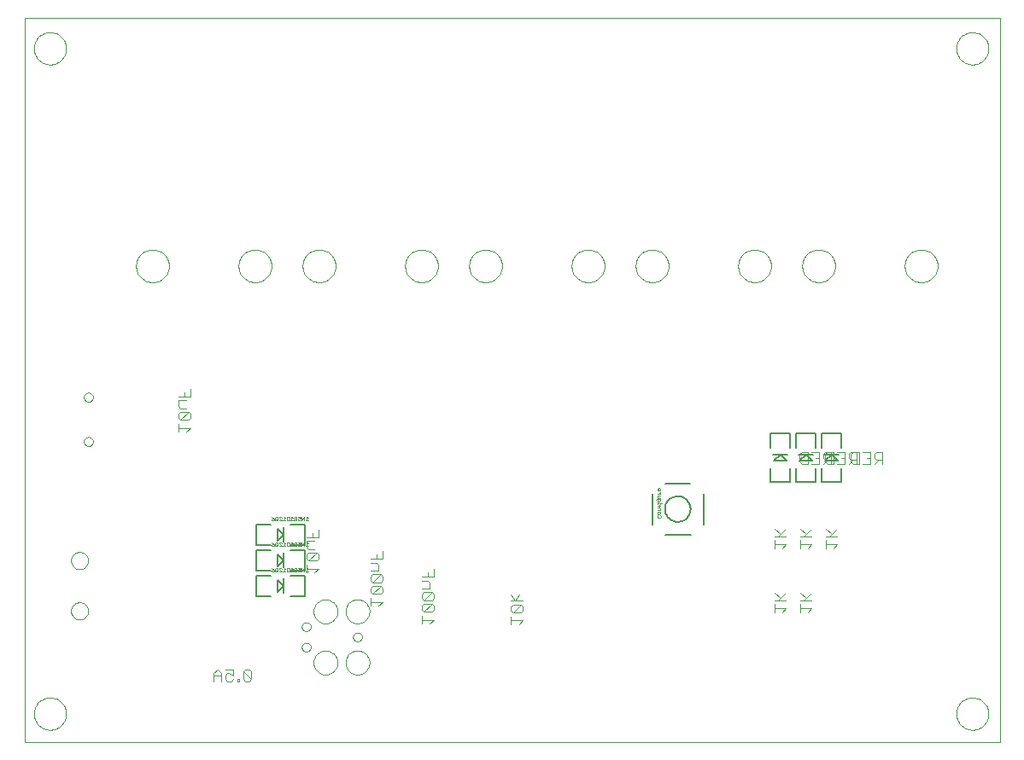
<source format=gbo>
G75*
%MOIN*%
%OFA0B0*%
%FSLAX24Y24*%
%IPPOS*%
%LPD*%
%AMOC8*
5,1,8,0,0,1.08239X$1,22.5*
%
%ADD10C,0.0000*%
%ADD11C,0.0040*%
%ADD12C,0.0080*%
%ADD13C,0.0010*%
D10*
X003100Y000100D02*
X003100Y028396D01*
X041170Y028396D01*
X041170Y000100D01*
X003100Y000100D01*
X003470Y001200D02*
X003472Y001250D01*
X003478Y001300D01*
X003488Y001349D01*
X003502Y001397D01*
X003519Y001444D01*
X003540Y001489D01*
X003565Y001533D01*
X003593Y001574D01*
X003625Y001613D01*
X003659Y001650D01*
X003696Y001684D01*
X003736Y001714D01*
X003778Y001741D01*
X003822Y001765D01*
X003868Y001786D01*
X003915Y001802D01*
X003963Y001815D01*
X004013Y001824D01*
X004062Y001829D01*
X004113Y001830D01*
X004163Y001827D01*
X004212Y001820D01*
X004261Y001809D01*
X004309Y001794D01*
X004355Y001776D01*
X004400Y001754D01*
X004443Y001728D01*
X004484Y001699D01*
X004523Y001667D01*
X004559Y001632D01*
X004591Y001594D01*
X004621Y001554D01*
X004648Y001511D01*
X004671Y001467D01*
X004690Y001421D01*
X004706Y001373D01*
X004718Y001324D01*
X004726Y001275D01*
X004730Y001225D01*
X004730Y001175D01*
X004726Y001125D01*
X004718Y001076D01*
X004706Y001027D01*
X004690Y000979D01*
X004671Y000933D01*
X004648Y000889D01*
X004621Y000846D01*
X004591Y000806D01*
X004559Y000768D01*
X004523Y000733D01*
X004484Y000701D01*
X004443Y000672D01*
X004400Y000646D01*
X004355Y000624D01*
X004309Y000606D01*
X004261Y000591D01*
X004212Y000580D01*
X004163Y000573D01*
X004113Y000570D01*
X004062Y000571D01*
X004013Y000576D01*
X003963Y000585D01*
X003915Y000598D01*
X003868Y000614D01*
X003822Y000635D01*
X003778Y000659D01*
X003736Y000686D01*
X003696Y000716D01*
X003659Y000750D01*
X003625Y000787D01*
X003593Y000826D01*
X003565Y000867D01*
X003540Y000911D01*
X003519Y000956D01*
X003502Y001003D01*
X003488Y001051D01*
X003478Y001100D01*
X003472Y001150D01*
X003470Y001200D01*
X004919Y005216D02*
X004921Y005252D01*
X004927Y005288D01*
X004937Y005323D01*
X004950Y005357D01*
X004967Y005389D01*
X004987Y005419D01*
X005011Y005446D01*
X005037Y005471D01*
X005066Y005493D01*
X005097Y005512D01*
X005130Y005527D01*
X005164Y005539D01*
X005200Y005547D01*
X005236Y005551D01*
X005272Y005551D01*
X005308Y005547D01*
X005344Y005539D01*
X005378Y005527D01*
X005411Y005512D01*
X005442Y005493D01*
X005471Y005471D01*
X005497Y005446D01*
X005521Y005419D01*
X005541Y005389D01*
X005558Y005357D01*
X005571Y005323D01*
X005581Y005288D01*
X005587Y005252D01*
X005589Y005216D01*
X005587Y005180D01*
X005581Y005144D01*
X005571Y005109D01*
X005558Y005075D01*
X005541Y005043D01*
X005521Y005013D01*
X005497Y004986D01*
X005471Y004961D01*
X005442Y004939D01*
X005411Y004920D01*
X005378Y004905D01*
X005344Y004893D01*
X005308Y004885D01*
X005272Y004881D01*
X005236Y004881D01*
X005200Y004885D01*
X005164Y004893D01*
X005130Y004905D01*
X005097Y004920D01*
X005066Y004939D01*
X005037Y004961D01*
X005011Y004986D01*
X004987Y005013D01*
X004967Y005043D01*
X004950Y005075D01*
X004937Y005109D01*
X004927Y005144D01*
X004921Y005180D01*
X004919Y005216D01*
X004919Y007184D02*
X004921Y007220D01*
X004927Y007256D01*
X004937Y007291D01*
X004950Y007325D01*
X004967Y007357D01*
X004987Y007387D01*
X005011Y007414D01*
X005037Y007439D01*
X005066Y007461D01*
X005097Y007480D01*
X005130Y007495D01*
X005164Y007507D01*
X005200Y007515D01*
X005236Y007519D01*
X005272Y007519D01*
X005308Y007515D01*
X005344Y007507D01*
X005378Y007495D01*
X005411Y007480D01*
X005442Y007461D01*
X005471Y007439D01*
X005497Y007414D01*
X005521Y007387D01*
X005541Y007357D01*
X005558Y007325D01*
X005571Y007291D01*
X005581Y007256D01*
X005587Y007220D01*
X005589Y007184D01*
X005587Y007148D01*
X005581Y007112D01*
X005571Y007077D01*
X005558Y007043D01*
X005541Y007011D01*
X005521Y006981D01*
X005497Y006954D01*
X005471Y006929D01*
X005442Y006907D01*
X005411Y006888D01*
X005378Y006873D01*
X005344Y006861D01*
X005308Y006853D01*
X005272Y006849D01*
X005236Y006849D01*
X005200Y006853D01*
X005164Y006861D01*
X005130Y006873D01*
X005097Y006888D01*
X005066Y006907D01*
X005037Y006929D01*
X005011Y006954D01*
X004987Y006981D01*
X004967Y007011D01*
X004950Y007043D01*
X004937Y007077D01*
X004927Y007112D01*
X004921Y007148D01*
X004919Y007184D01*
X005423Y011834D02*
X005425Y011860D01*
X005431Y011886D01*
X005441Y011911D01*
X005454Y011934D01*
X005470Y011954D01*
X005490Y011972D01*
X005512Y011987D01*
X005535Y011999D01*
X005561Y012007D01*
X005587Y012011D01*
X005613Y012011D01*
X005639Y012007D01*
X005665Y011999D01*
X005689Y011987D01*
X005710Y011972D01*
X005730Y011954D01*
X005746Y011934D01*
X005759Y011911D01*
X005769Y011886D01*
X005775Y011860D01*
X005777Y011834D01*
X005775Y011808D01*
X005769Y011782D01*
X005759Y011757D01*
X005746Y011734D01*
X005730Y011714D01*
X005710Y011696D01*
X005688Y011681D01*
X005665Y011669D01*
X005639Y011661D01*
X005613Y011657D01*
X005587Y011657D01*
X005561Y011661D01*
X005535Y011669D01*
X005511Y011681D01*
X005490Y011696D01*
X005470Y011714D01*
X005454Y011734D01*
X005441Y011757D01*
X005431Y011782D01*
X005425Y011808D01*
X005423Y011834D01*
X005423Y013566D02*
X005425Y013592D01*
X005431Y013618D01*
X005441Y013643D01*
X005454Y013666D01*
X005470Y013686D01*
X005490Y013704D01*
X005512Y013719D01*
X005535Y013731D01*
X005561Y013739D01*
X005587Y013743D01*
X005613Y013743D01*
X005639Y013739D01*
X005665Y013731D01*
X005689Y013719D01*
X005710Y013704D01*
X005730Y013686D01*
X005746Y013666D01*
X005759Y013643D01*
X005769Y013618D01*
X005775Y013592D01*
X005777Y013566D01*
X005775Y013540D01*
X005769Y013514D01*
X005759Y013489D01*
X005746Y013466D01*
X005730Y013446D01*
X005710Y013428D01*
X005688Y013413D01*
X005665Y013401D01*
X005639Y013393D01*
X005613Y013389D01*
X005587Y013389D01*
X005561Y013393D01*
X005535Y013401D01*
X005511Y013413D01*
X005490Y013428D01*
X005470Y013446D01*
X005454Y013466D01*
X005441Y013489D01*
X005431Y013514D01*
X005425Y013540D01*
X005423Y013566D01*
X007460Y018700D02*
X007462Y018750D01*
X007468Y018800D01*
X007478Y018849D01*
X007491Y018898D01*
X007509Y018945D01*
X007530Y018991D01*
X007554Y019034D01*
X007582Y019076D01*
X007613Y019116D01*
X007647Y019153D01*
X007684Y019187D01*
X007724Y019218D01*
X007766Y019246D01*
X007809Y019270D01*
X007855Y019291D01*
X007902Y019309D01*
X007951Y019322D01*
X008000Y019332D01*
X008050Y019338D01*
X008100Y019340D01*
X008150Y019338D01*
X008200Y019332D01*
X008249Y019322D01*
X008298Y019309D01*
X008345Y019291D01*
X008391Y019270D01*
X008434Y019246D01*
X008476Y019218D01*
X008516Y019187D01*
X008553Y019153D01*
X008587Y019116D01*
X008618Y019076D01*
X008646Y019034D01*
X008670Y018991D01*
X008691Y018945D01*
X008709Y018898D01*
X008722Y018849D01*
X008732Y018800D01*
X008738Y018750D01*
X008740Y018700D01*
X008738Y018650D01*
X008732Y018600D01*
X008722Y018551D01*
X008709Y018502D01*
X008691Y018455D01*
X008670Y018409D01*
X008646Y018366D01*
X008618Y018324D01*
X008587Y018284D01*
X008553Y018247D01*
X008516Y018213D01*
X008476Y018182D01*
X008434Y018154D01*
X008391Y018130D01*
X008345Y018109D01*
X008298Y018091D01*
X008249Y018078D01*
X008200Y018068D01*
X008150Y018062D01*
X008100Y018060D01*
X008050Y018062D01*
X008000Y018068D01*
X007951Y018078D01*
X007902Y018091D01*
X007855Y018109D01*
X007809Y018130D01*
X007766Y018154D01*
X007724Y018182D01*
X007684Y018213D01*
X007647Y018247D01*
X007613Y018284D01*
X007582Y018324D01*
X007554Y018366D01*
X007530Y018409D01*
X007509Y018455D01*
X007491Y018502D01*
X007478Y018551D01*
X007468Y018600D01*
X007462Y018650D01*
X007460Y018700D01*
X011460Y018700D02*
X011462Y018750D01*
X011468Y018800D01*
X011478Y018849D01*
X011491Y018898D01*
X011509Y018945D01*
X011530Y018991D01*
X011554Y019034D01*
X011582Y019076D01*
X011613Y019116D01*
X011647Y019153D01*
X011684Y019187D01*
X011724Y019218D01*
X011766Y019246D01*
X011809Y019270D01*
X011855Y019291D01*
X011902Y019309D01*
X011951Y019322D01*
X012000Y019332D01*
X012050Y019338D01*
X012100Y019340D01*
X012150Y019338D01*
X012200Y019332D01*
X012249Y019322D01*
X012298Y019309D01*
X012345Y019291D01*
X012391Y019270D01*
X012434Y019246D01*
X012476Y019218D01*
X012516Y019187D01*
X012553Y019153D01*
X012587Y019116D01*
X012618Y019076D01*
X012646Y019034D01*
X012670Y018991D01*
X012691Y018945D01*
X012709Y018898D01*
X012722Y018849D01*
X012732Y018800D01*
X012738Y018750D01*
X012740Y018700D01*
X012738Y018650D01*
X012732Y018600D01*
X012722Y018551D01*
X012709Y018502D01*
X012691Y018455D01*
X012670Y018409D01*
X012646Y018366D01*
X012618Y018324D01*
X012587Y018284D01*
X012553Y018247D01*
X012516Y018213D01*
X012476Y018182D01*
X012434Y018154D01*
X012391Y018130D01*
X012345Y018109D01*
X012298Y018091D01*
X012249Y018078D01*
X012200Y018068D01*
X012150Y018062D01*
X012100Y018060D01*
X012050Y018062D01*
X012000Y018068D01*
X011951Y018078D01*
X011902Y018091D01*
X011855Y018109D01*
X011809Y018130D01*
X011766Y018154D01*
X011724Y018182D01*
X011684Y018213D01*
X011647Y018247D01*
X011613Y018284D01*
X011582Y018324D01*
X011554Y018366D01*
X011530Y018409D01*
X011509Y018455D01*
X011491Y018502D01*
X011478Y018551D01*
X011468Y018600D01*
X011462Y018650D01*
X011460Y018700D01*
X013960Y018700D02*
X013962Y018750D01*
X013968Y018800D01*
X013978Y018849D01*
X013991Y018898D01*
X014009Y018945D01*
X014030Y018991D01*
X014054Y019034D01*
X014082Y019076D01*
X014113Y019116D01*
X014147Y019153D01*
X014184Y019187D01*
X014224Y019218D01*
X014266Y019246D01*
X014309Y019270D01*
X014355Y019291D01*
X014402Y019309D01*
X014451Y019322D01*
X014500Y019332D01*
X014550Y019338D01*
X014600Y019340D01*
X014650Y019338D01*
X014700Y019332D01*
X014749Y019322D01*
X014798Y019309D01*
X014845Y019291D01*
X014891Y019270D01*
X014934Y019246D01*
X014976Y019218D01*
X015016Y019187D01*
X015053Y019153D01*
X015087Y019116D01*
X015118Y019076D01*
X015146Y019034D01*
X015170Y018991D01*
X015191Y018945D01*
X015209Y018898D01*
X015222Y018849D01*
X015232Y018800D01*
X015238Y018750D01*
X015240Y018700D01*
X015238Y018650D01*
X015232Y018600D01*
X015222Y018551D01*
X015209Y018502D01*
X015191Y018455D01*
X015170Y018409D01*
X015146Y018366D01*
X015118Y018324D01*
X015087Y018284D01*
X015053Y018247D01*
X015016Y018213D01*
X014976Y018182D01*
X014934Y018154D01*
X014891Y018130D01*
X014845Y018109D01*
X014798Y018091D01*
X014749Y018078D01*
X014700Y018068D01*
X014650Y018062D01*
X014600Y018060D01*
X014550Y018062D01*
X014500Y018068D01*
X014451Y018078D01*
X014402Y018091D01*
X014355Y018109D01*
X014309Y018130D01*
X014266Y018154D01*
X014224Y018182D01*
X014184Y018213D01*
X014147Y018247D01*
X014113Y018284D01*
X014082Y018324D01*
X014054Y018366D01*
X014030Y018409D01*
X014009Y018455D01*
X013991Y018502D01*
X013978Y018551D01*
X013968Y018600D01*
X013962Y018650D01*
X013960Y018700D01*
X017960Y018700D02*
X017962Y018750D01*
X017968Y018800D01*
X017978Y018849D01*
X017991Y018898D01*
X018009Y018945D01*
X018030Y018991D01*
X018054Y019034D01*
X018082Y019076D01*
X018113Y019116D01*
X018147Y019153D01*
X018184Y019187D01*
X018224Y019218D01*
X018266Y019246D01*
X018309Y019270D01*
X018355Y019291D01*
X018402Y019309D01*
X018451Y019322D01*
X018500Y019332D01*
X018550Y019338D01*
X018600Y019340D01*
X018650Y019338D01*
X018700Y019332D01*
X018749Y019322D01*
X018798Y019309D01*
X018845Y019291D01*
X018891Y019270D01*
X018934Y019246D01*
X018976Y019218D01*
X019016Y019187D01*
X019053Y019153D01*
X019087Y019116D01*
X019118Y019076D01*
X019146Y019034D01*
X019170Y018991D01*
X019191Y018945D01*
X019209Y018898D01*
X019222Y018849D01*
X019232Y018800D01*
X019238Y018750D01*
X019240Y018700D01*
X019238Y018650D01*
X019232Y018600D01*
X019222Y018551D01*
X019209Y018502D01*
X019191Y018455D01*
X019170Y018409D01*
X019146Y018366D01*
X019118Y018324D01*
X019087Y018284D01*
X019053Y018247D01*
X019016Y018213D01*
X018976Y018182D01*
X018934Y018154D01*
X018891Y018130D01*
X018845Y018109D01*
X018798Y018091D01*
X018749Y018078D01*
X018700Y018068D01*
X018650Y018062D01*
X018600Y018060D01*
X018550Y018062D01*
X018500Y018068D01*
X018451Y018078D01*
X018402Y018091D01*
X018355Y018109D01*
X018309Y018130D01*
X018266Y018154D01*
X018224Y018182D01*
X018184Y018213D01*
X018147Y018247D01*
X018113Y018284D01*
X018082Y018324D01*
X018054Y018366D01*
X018030Y018409D01*
X018009Y018455D01*
X017991Y018502D01*
X017978Y018551D01*
X017968Y018600D01*
X017962Y018650D01*
X017960Y018700D01*
X020460Y018700D02*
X020462Y018750D01*
X020468Y018800D01*
X020478Y018849D01*
X020491Y018898D01*
X020509Y018945D01*
X020530Y018991D01*
X020554Y019034D01*
X020582Y019076D01*
X020613Y019116D01*
X020647Y019153D01*
X020684Y019187D01*
X020724Y019218D01*
X020766Y019246D01*
X020809Y019270D01*
X020855Y019291D01*
X020902Y019309D01*
X020951Y019322D01*
X021000Y019332D01*
X021050Y019338D01*
X021100Y019340D01*
X021150Y019338D01*
X021200Y019332D01*
X021249Y019322D01*
X021298Y019309D01*
X021345Y019291D01*
X021391Y019270D01*
X021434Y019246D01*
X021476Y019218D01*
X021516Y019187D01*
X021553Y019153D01*
X021587Y019116D01*
X021618Y019076D01*
X021646Y019034D01*
X021670Y018991D01*
X021691Y018945D01*
X021709Y018898D01*
X021722Y018849D01*
X021732Y018800D01*
X021738Y018750D01*
X021740Y018700D01*
X021738Y018650D01*
X021732Y018600D01*
X021722Y018551D01*
X021709Y018502D01*
X021691Y018455D01*
X021670Y018409D01*
X021646Y018366D01*
X021618Y018324D01*
X021587Y018284D01*
X021553Y018247D01*
X021516Y018213D01*
X021476Y018182D01*
X021434Y018154D01*
X021391Y018130D01*
X021345Y018109D01*
X021298Y018091D01*
X021249Y018078D01*
X021200Y018068D01*
X021150Y018062D01*
X021100Y018060D01*
X021050Y018062D01*
X021000Y018068D01*
X020951Y018078D01*
X020902Y018091D01*
X020855Y018109D01*
X020809Y018130D01*
X020766Y018154D01*
X020724Y018182D01*
X020684Y018213D01*
X020647Y018247D01*
X020613Y018284D01*
X020582Y018324D01*
X020554Y018366D01*
X020530Y018409D01*
X020509Y018455D01*
X020491Y018502D01*
X020478Y018551D01*
X020468Y018600D01*
X020462Y018650D01*
X020460Y018700D01*
X024460Y018700D02*
X024462Y018750D01*
X024468Y018800D01*
X024478Y018849D01*
X024491Y018898D01*
X024509Y018945D01*
X024530Y018991D01*
X024554Y019034D01*
X024582Y019076D01*
X024613Y019116D01*
X024647Y019153D01*
X024684Y019187D01*
X024724Y019218D01*
X024766Y019246D01*
X024809Y019270D01*
X024855Y019291D01*
X024902Y019309D01*
X024951Y019322D01*
X025000Y019332D01*
X025050Y019338D01*
X025100Y019340D01*
X025150Y019338D01*
X025200Y019332D01*
X025249Y019322D01*
X025298Y019309D01*
X025345Y019291D01*
X025391Y019270D01*
X025434Y019246D01*
X025476Y019218D01*
X025516Y019187D01*
X025553Y019153D01*
X025587Y019116D01*
X025618Y019076D01*
X025646Y019034D01*
X025670Y018991D01*
X025691Y018945D01*
X025709Y018898D01*
X025722Y018849D01*
X025732Y018800D01*
X025738Y018750D01*
X025740Y018700D01*
X025738Y018650D01*
X025732Y018600D01*
X025722Y018551D01*
X025709Y018502D01*
X025691Y018455D01*
X025670Y018409D01*
X025646Y018366D01*
X025618Y018324D01*
X025587Y018284D01*
X025553Y018247D01*
X025516Y018213D01*
X025476Y018182D01*
X025434Y018154D01*
X025391Y018130D01*
X025345Y018109D01*
X025298Y018091D01*
X025249Y018078D01*
X025200Y018068D01*
X025150Y018062D01*
X025100Y018060D01*
X025050Y018062D01*
X025000Y018068D01*
X024951Y018078D01*
X024902Y018091D01*
X024855Y018109D01*
X024809Y018130D01*
X024766Y018154D01*
X024724Y018182D01*
X024684Y018213D01*
X024647Y018247D01*
X024613Y018284D01*
X024582Y018324D01*
X024554Y018366D01*
X024530Y018409D01*
X024509Y018455D01*
X024491Y018502D01*
X024478Y018551D01*
X024468Y018600D01*
X024462Y018650D01*
X024460Y018700D01*
X026960Y018700D02*
X026962Y018750D01*
X026968Y018800D01*
X026978Y018849D01*
X026991Y018898D01*
X027009Y018945D01*
X027030Y018991D01*
X027054Y019034D01*
X027082Y019076D01*
X027113Y019116D01*
X027147Y019153D01*
X027184Y019187D01*
X027224Y019218D01*
X027266Y019246D01*
X027309Y019270D01*
X027355Y019291D01*
X027402Y019309D01*
X027451Y019322D01*
X027500Y019332D01*
X027550Y019338D01*
X027600Y019340D01*
X027650Y019338D01*
X027700Y019332D01*
X027749Y019322D01*
X027798Y019309D01*
X027845Y019291D01*
X027891Y019270D01*
X027934Y019246D01*
X027976Y019218D01*
X028016Y019187D01*
X028053Y019153D01*
X028087Y019116D01*
X028118Y019076D01*
X028146Y019034D01*
X028170Y018991D01*
X028191Y018945D01*
X028209Y018898D01*
X028222Y018849D01*
X028232Y018800D01*
X028238Y018750D01*
X028240Y018700D01*
X028238Y018650D01*
X028232Y018600D01*
X028222Y018551D01*
X028209Y018502D01*
X028191Y018455D01*
X028170Y018409D01*
X028146Y018366D01*
X028118Y018324D01*
X028087Y018284D01*
X028053Y018247D01*
X028016Y018213D01*
X027976Y018182D01*
X027934Y018154D01*
X027891Y018130D01*
X027845Y018109D01*
X027798Y018091D01*
X027749Y018078D01*
X027700Y018068D01*
X027650Y018062D01*
X027600Y018060D01*
X027550Y018062D01*
X027500Y018068D01*
X027451Y018078D01*
X027402Y018091D01*
X027355Y018109D01*
X027309Y018130D01*
X027266Y018154D01*
X027224Y018182D01*
X027184Y018213D01*
X027147Y018247D01*
X027113Y018284D01*
X027082Y018324D01*
X027054Y018366D01*
X027030Y018409D01*
X027009Y018455D01*
X026991Y018502D01*
X026978Y018551D01*
X026968Y018600D01*
X026962Y018650D01*
X026960Y018700D01*
X030960Y018700D02*
X030962Y018750D01*
X030968Y018800D01*
X030978Y018849D01*
X030991Y018898D01*
X031009Y018945D01*
X031030Y018991D01*
X031054Y019034D01*
X031082Y019076D01*
X031113Y019116D01*
X031147Y019153D01*
X031184Y019187D01*
X031224Y019218D01*
X031266Y019246D01*
X031309Y019270D01*
X031355Y019291D01*
X031402Y019309D01*
X031451Y019322D01*
X031500Y019332D01*
X031550Y019338D01*
X031600Y019340D01*
X031650Y019338D01*
X031700Y019332D01*
X031749Y019322D01*
X031798Y019309D01*
X031845Y019291D01*
X031891Y019270D01*
X031934Y019246D01*
X031976Y019218D01*
X032016Y019187D01*
X032053Y019153D01*
X032087Y019116D01*
X032118Y019076D01*
X032146Y019034D01*
X032170Y018991D01*
X032191Y018945D01*
X032209Y018898D01*
X032222Y018849D01*
X032232Y018800D01*
X032238Y018750D01*
X032240Y018700D01*
X032238Y018650D01*
X032232Y018600D01*
X032222Y018551D01*
X032209Y018502D01*
X032191Y018455D01*
X032170Y018409D01*
X032146Y018366D01*
X032118Y018324D01*
X032087Y018284D01*
X032053Y018247D01*
X032016Y018213D01*
X031976Y018182D01*
X031934Y018154D01*
X031891Y018130D01*
X031845Y018109D01*
X031798Y018091D01*
X031749Y018078D01*
X031700Y018068D01*
X031650Y018062D01*
X031600Y018060D01*
X031550Y018062D01*
X031500Y018068D01*
X031451Y018078D01*
X031402Y018091D01*
X031355Y018109D01*
X031309Y018130D01*
X031266Y018154D01*
X031224Y018182D01*
X031184Y018213D01*
X031147Y018247D01*
X031113Y018284D01*
X031082Y018324D01*
X031054Y018366D01*
X031030Y018409D01*
X031009Y018455D01*
X030991Y018502D01*
X030978Y018551D01*
X030968Y018600D01*
X030962Y018650D01*
X030960Y018700D01*
X033460Y018700D02*
X033462Y018750D01*
X033468Y018800D01*
X033478Y018849D01*
X033491Y018898D01*
X033509Y018945D01*
X033530Y018991D01*
X033554Y019034D01*
X033582Y019076D01*
X033613Y019116D01*
X033647Y019153D01*
X033684Y019187D01*
X033724Y019218D01*
X033766Y019246D01*
X033809Y019270D01*
X033855Y019291D01*
X033902Y019309D01*
X033951Y019322D01*
X034000Y019332D01*
X034050Y019338D01*
X034100Y019340D01*
X034150Y019338D01*
X034200Y019332D01*
X034249Y019322D01*
X034298Y019309D01*
X034345Y019291D01*
X034391Y019270D01*
X034434Y019246D01*
X034476Y019218D01*
X034516Y019187D01*
X034553Y019153D01*
X034587Y019116D01*
X034618Y019076D01*
X034646Y019034D01*
X034670Y018991D01*
X034691Y018945D01*
X034709Y018898D01*
X034722Y018849D01*
X034732Y018800D01*
X034738Y018750D01*
X034740Y018700D01*
X034738Y018650D01*
X034732Y018600D01*
X034722Y018551D01*
X034709Y018502D01*
X034691Y018455D01*
X034670Y018409D01*
X034646Y018366D01*
X034618Y018324D01*
X034587Y018284D01*
X034553Y018247D01*
X034516Y018213D01*
X034476Y018182D01*
X034434Y018154D01*
X034391Y018130D01*
X034345Y018109D01*
X034298Y018091D01*
X034249Y018078D01*
X034200Y018068D01*
X034150Y018062D01*
X034100Y018060D01*
X034050Y018062D01*
X034000Y018068D01*
X033951Y018078D01*
X033902Y018091D01*
X033855Y018109D01*
X033809Y018130D01*
X033766Y018154D01*
X033724Y018182D01*
X033684Y018213D01*
X033647Y018247D01*
X033613Y018284D01*
X033582Y018324D01*
X033554Y018366D01*
X033530Y018409D01*
X033509Y018455D01*
X033491Y018502D01*
X033478Y018551D01*
X033468Y018600D01*
X033462Y018650D01*
X033460Y018700D01*
X037460Y018700D02*
X037462Y018750D01*
X037468Y018800D01*
X037478Y018849D01*
X037491Y018898D01*
X037509Y018945D01*
X037530Y018991D01*
X037554Y019034D01*
X037582Y019076D01*
X037613Y019116D01*
X037647Y019153D01*
X037684Y019187D01*
X037724Y019218D01*
X037766Y019246D01*
X037809Y019270D01*
X037855Y019291D01*
X037902Y019309D01*
X037951Y019322D01*
X038000Y019332D01*
X038050Y019338D01*
X038100Y019340D01*
X038150Y019338D01*
X038200Y019332D01*
X038249Y019322D01*
X038298Y019309D01*
X038345Y019291D01*
X038391Y019270D01*
X038434Y019246D01*
X038476Y019218D01*
X038516Y019187D01*
X038553Y019153D01*
X038587Y019116D01*
X038618Y019076D01*
X038646Y019034D01*
X038670Y018991D01*
X038691Y018945D01*
X038709Y018898D01*
X038722Y018849D01*
X038732Y018800D01*
X038738Y018750D01*
X038740Y018700D01*
X038738Y018650D01*
X038732Y018600D01*
X038722Y018551D01*
X038709Y018502D01*
X038691Y018455D01*
X038670Y018409D01*
X038646Y018366D01*
X038618Y018324D01*
X038587Y018284D01*
X038553Y018247D01*
X038516Y018213D01*
X038476Y018182D01*
X038434Y018154D01*
X038391Y018130D01*
X038345Y018109D01*
X038298Y018091D01*
X038249Y018078D01*
X038200Y018068D01*
X038150Y018062D01*
X038100Y018060D01*
X038050Y018062D01*
X038000Y018068D01*
X037951Y018078D01*
X037902Y018091D01*
X037855Y018109D01*
X037809Y018130D01*
X037766Y018154D01*
X037724Y018182D01*
X037684Y018213D01*
X037647Y018247D01*
X037613Y018284D01*
X037582Y018324D01*
X037554Y018366D01*
X037530Y018409D01*
X037509Y018455D01*
X037491Y018502D01*
X037478Y018551D01*
X037468Y018600D01*
X037462Y018650D01*
X037460Y018700D01*
X039470Y027200D02*
X039472Y027250D01*
X039478Y027300D01*
X039488Y027349D01*
X039502Y027397D01*
X039519Y027444D01*
X039540Y027489D01*
X039565Y027533D01*
X039593Y027574D01*
X039625Y027613D01*
X039659Y027650D01*
X039696Y027684D01*
X039736Y027714D01*
X039778Y027741D01*
X039822Y027765D01*
X039868Y027786D01*
X039915Y027802D01*
X039963Y027815D01*
X040013Y027824D01*
X040062Y027829D01*
X040113Y027830D01*
X040163Y027827D01*
X040212Y027820D01*
X040261Y027809D01*
X040309Y027794D01*
X040355Y027776D01*
X040400Y027754D01*
X040443Y027728D01*
X040484Y027699D01*
X040523Y027667D01*
X040559Y027632D01*
X040591Y027594D01*
X040621Y027554D01*
X040648Y027511D01*
X040671Y027467D01*
X040690Y027421D01*
X040706Y027373D01*
X040718Y027324D01*
X040726Y027275D01*
X040730Y027225D01*
X040730Y027175D01*
X040726Y027125D01*
X040718Y027076D01*
X040706Y027027D01*
X040690Y026979D01*
X040671Y026933D01*
X040648Y026889D01*
X040621Y026846D01*
X040591Y026806D01*
X040559Y026768D01*
X040523Y026733D01*
X040484Y026701D01*
X040443Y026672D01*
X040400Y026646D01*
X040355Y026624D01*
X040309Y026606D01*
X040261Y026591D01*
X040212Y026580D01*
X040163Y026573D01*
X040113Y026570D01*
X040062Y026571D01*
X040013Y026576D01*
X039963Y026585D01*
X039915Y026598D01*
X039868Y026614D01*
X039822Y026635D01*
X039778Y026659D01*
X039736Y026686D01*
X039696Y026716D01*
X039659Y026750D01*
X039625Y026787D01*
X039593Y026826D01*
X039565Y026867D01*
X039540Y026911D01*
X039519Y026956D01*
X039502Y027003D01*
X039488Y027051D01*
X039478Y027100D01*
X039472Y027150D01*
X039470Y027200D01*
X015633Y005200D02*
X015635Y005243D01*
X015641Y005286D01*
X015651Y005328D01*
X015665Y005369D01*
X015682Y005408D01*
X015703Y005446D01*
X015727Y005481D01*
X015755Y005515D01*
X015785Y005545D01*
X015819Y005573D01*
X015854Y005597D01*
X015892Y005618D01*
X015931Y005635D01*
X015972Y005649D01*
X016014Y005659D01*
X016057Y005665D01*
X016100Y005667D01*
X016143Y005665D01*
X016186Y005659D01*
X016228Y005649D01*
X016269Y005635D01*
X016308Y005618D01*
X016346Y005597D01*
X016381Y005573D01*
X016415Y005545D01*
X016445Y005515D01*
X016473Y005481D01*
X016497Y005446D01*
X016518Y005408D01*
X016535Y005369D01*
X016549Y005328D01*
X016559Y005286D01*
X016565Y005243D01*
X016567Y005200D01*
X016565Y005157D01*
X016559Y005114D01*
X016549Y005072D01*
X016535Y005031D01*
X016518Y004992D01*
X016497Y004954D01*
X016473Y004919D01*
X016445Y004885D01*
X016415Y004855D01*
X016381Y004827D01*
X016346Y004803D01*
X016308Y004782D01*
X016269Y004765D01*
X016228Y004751D01*
X016186Y004741D01*
X016143Y004735D01*
X016100Y004733D01*
X016057Y004735D01*
X016014Y004741D01*
X015972Y004751D01*
X015931Y004765D01*
X015892Y004782D01*
X015854Y004803D01*
X015819Y004827D01*
X015785Y004855D01*
X015755Y004885D01*
X015727Y004919D01*
X015703Y004954D01*
X015682Y004992D01*
X015665Y005031D01*
X015651Y005072D01*
X015641Y005114D01*
X015635Y005157D01*
X015633Y005200D01*
X014383Y005200D02*
X014385Y005243D01*
X014391Y005286D01*
X014401Y005328D01*
X014415Y005369D01*
X014432Y005408D01*
X014453Y005446D01*
X014477Y005481D01*
X014505Y005515D01*
X014535Y005545D01*
X014569Y005573D01*
X014604Y005597D01*
X014642Y005618D01*
X014681Y005635D01*
X014722Y005649D01*
X014764Y005659D01*
X014807Y005665D01*
X014850Y005667D01*
X014893Y005665D01*
X014936Y005659D01*
X014978Y005649D01*
X015019Y005635D01*
X015058Y005618D01*
X015096Y005597D01*
X015131Y005573D01*
X015165Y005545D01*
X015195Y005515D01*
X015223Y005481D01*
X015247Y005446D01*
X015268Y005408D01*
X015285Y005369D01*
X015299Y005328D01*
X015309Y005286D01*
X015315Y005243D01*
X015317Y005200D01*
X015315Y005157D01*
X015309Y005114D01*
X015299Y005072D01*
X015285Y005031D01*
X015268Y004992D01*
X015247Y004954D01*
X015223Y004919D01*
X015195Y004885D01*
X015165Y004855D01*
X015131Y004827D01*
X015096Y004803D01*
X015058Y004782D01*
X015019Y004765D01*
X014978Y004751D01*
X014936Y004741D01*
X014893Y004735D01*
X014850Y004733D01*
X014807Y004735D01*
X014764Y004741D01*
X014722Y004751D01*
X014681Y004765D01*
X014642Y004782D01*
X014604Y004803D01*
X014569Y004827D01*
X014535Y004855D01*
X014505Y004885D01*
X014477Y004919D01*
X014453Y004954D01*
X014432Y004992D01*
X014415Y005031D01*
X014401Y005072D01*
X014391Y005114D01*
X014385Y005157D01*
X014383Y005200D01*
X013925Y004600D02*
X013927Y004626D01*
X013933Y004652D01*
X013942Y004676D01*
X013955Y004699D01*
X013972Y004719D01*
X013991Y004737D01*
X014013Y004752D01*
X014036Y004763D01*
X014061Y004771D01*
X014087Y004775D01*
X014113Y004775D01*
X014139Y004771D01*
X014164Y004763D01*
X014188Y004752D01*
X014209Y004737D01*
X014228Y004719D01*
X014245Y004699D01*
X014258Y004676D01*
X014267Y004652D01*
X014273Y004626D01*
X014275Y004600D01*
X014273Y004574D01*
X014267Y004548D01*
X014258Y004524D01*
X014245Y004501D01*
X014228Y004481D01*
X014209Y004463D01*
X014187Y004448D01*
X014164Y004437D01*
X014139Y004429D01*
X014113Y004425D01*
X014087Y004425D01*
X014061Y004429D01*
X014036Y004437D01*
X014012Y004448D01*
X013991Y004463D01*
X013972Y004481D01*
X013955Y004501D01*
X013942Y004524D01*
X013933Y004548D01*
X013927Y004574D01*
X013925Y004600D01*
X013925Y003800D02*
X013927Y003826D01*
X013933Y003852D01*
X013942Y003876D01*
X013955Y003899D01*
X013972Y003919D01*
X013991Y003937D01*
X014013Y003952D01*
X014036Y003963D01*
X014061Y003971D01*
X014087Y003975D01*
X014113Y003975D01*
X014139Y003971D01*
X014164Y003963D01*
X014188Y003952D01*
X014209Y003937D01*
X014228Y003919D01*
X014245Y003899D01*
X014258Y003876D01*
X014267Y003852D01*
X014273Y003826D01*
X014275Y003800D01*
X014273Y003774D01*
X014267Y003748D01*
X014258Y003724D01*
X014245Y003701D01*
X014228Y003681D01*
X014209Y003663D01*
X014187Y003648D01*
X014164Y003637D01*
X014139Y003629D01*
X014113Y003625D01*
X014087Y003625D01*
X014061Y003629D01*
X014036Y003637D01*
X014012Y003648D01*
X013991Y003663D01*
X013972Y003681D01*
X013955Y003701D01*
X013942Y003724D01*
X013933Y003748D01*
X013927Y003774D01*
X013925Y003800D01*
X014383Y003200D02*
X014385Y003243D01*
X014391Y003286D01*
X014401Y003328D01*
X014415Y003369D01*
X014432Y003408D01*
X014453Y003446D01*
X014477Y003481D01*
X014505Y003515D01*
X014535Y003545D01*
X014569Y003573D01*
X014604Y003597D01*
X014642Y003618D01*
X014681Y003635D01*
X014722Y003649D01*
X014764Y003659D01*
X014807Y003665D01*
X014850Y003667D01*
X014893Y003665D01*
X014936Y003659D01*
X014978Y003649D01*
X015019Y003635D01*
X015058Y003618D01*
X015096Y003597D01*
X015131Y003573D01*
X015165Y003545D01*
X015195Y003515D01*
X015223Y003481D01*
X015247Y003446D01*
X015268Y003408D01*
X015285Y003369D01*
X015299Y003328D01*
X015309Y003286D01*
X015315Y003243D01*
X015317Y003200D01*
X015315Y003157D01*
X015309Y003114D01*
X015299Y003072D01*
X015285Y003031D01*
X015268Y002992D01*
X015247Y002954D01*
X015223Y002919D01*
X015195Y002885D01*
X015165Y002855D01*
X015131Y002827D01*
X015096Y002803D01*
X015058Y002782D01*
X015019Y002765D01*
X014978Y002751D01*
X014936Y002741D01*
X014893Y002735D01*
X014850Y002733D01*
X014807Y002735D01*
X014764Y002741D01*
X014722Y002751D01*
X014681Y002765D01*
X014642Y002782D01*
X014604Y002803D01*
X014569Y002827D01*
X014535Y002855D01*
X014505Y002885D01*
X014477Y002919D01*
X014453Y002954D01*
X014432Y002992D01*
X014415Y003031D01*
X014401Y003072D01*
X014391Y003114D01*
X014385Y003157D01*
X014383Y003200D01*
X015633Y003200D02*
X015635Y003243D01*
X015641Y003286D01*
X015651Y003328D01*
X015665Y003369D01*
X015682Y003408D01*
X015703Y003446D01*
X015727Y003481D01*
X015755Y003515D01*
X015785Y003545D01*
X015819Y003573D01*
X015854Y003597D01*
X015892Y003618D01*
X015931Y003635D01*
X015972Y003649D01*
X016014Y003659D01*
X016057Y003665D01*
X016100Y003667D01*
X016143Y003665D01*
X016186Y003659D01*
X016228Y003649D01*
X016269Y003635D01*
X016308Y003618D01*
X016346Y003597D01*
X016381Y003573D01*
X016415Y003545D01*
X016445Y003515D01*
X016473Y003481D01*
X016497Y003446D01*
X016518Y003408D01*
X016535Y003369D01*
X016549Y003328D01*
X016559Y003286D01*
X016565Y003243D01*
X016567Y003200D01*
X016565Y003157D01*
X016559Y003114D01*
X016549Y003072D01*
X016535Y003031D01*
X016518Y002992D01*
X016497Y002954D01*
X016473Y002919D01*
X016445Y002885D01*
X016415Y002855D01*
X016381Y002827D01*
X016346Y002803D01*
X016308Y002782D01*
X016269Y002765D01*
X016228Y002751D01*
X016186Y002741D01*
X016143Y002735D01*
X016100Y002733D01*
X016057Y002735D01*
X016014Y002741D01*
X015972Y002751D01*
X015931Y002765D01*
X015892Y002782D01*
X015854Y002803D01*
X015819Y002827D01*
X015785Y002855D01*
X015755Y002885D01*
X015727Y002919D01*
X015703Y002954D01*
X015682Y002992D01*
X015665Y003031D01*
X015651Y003072D01*
X015641Y003114D01*
X015635Y003157D01*
X015633Y003200D01*
X015925Y004200D02*
X015927Y004226D01*
X015933Y004252D01*
X015942Y004276D01*
X015955Y004299D01*
X015972Y004319D01*
X015991Y004337D01*
X016013Y004352D01*
X016036Y004363D01*
X016061Y004371D01*
X016087Y004375D01*
X016113Y004375D01*
X016139Y004371D01*
X016164Y004363D01*
X016188Y004352D01*
X016209Y004337D01*
X016228Y004319D01*
X016245Y004299D01*
X016258Y004276D01*
X016267Y004252D01*
X016273Y004226D01*
X016275Y004200D01*
X016273Y004174D01*
X016267Y004148D01*
X016258Y004124D01*
X016245Y004101D01*
X016228Y004081D01*
X016209Y004063D01*
X016187Y004048D01*
X016164Y004037D01*
X016139Y004029D01*
X016113Y004025D01*
X016087Y004025D01*
X016061Y004029D01*
X016036Y004037D01*
X016012Y004048D01*
X015991Y004063D01*
X015972Y004081D01*
X015955Y004101D01*
X015942Y004124D01*
X015933Y004148D01*
X015927Y004174D01*
X015925Y004200D01*
X039470Y001200D02*
X039472Y001250D01*
X039478Y001300D01*
X039488Y001349D01*
X039502Y001397D01*
X039519Y001444D01*
X039540Y001489D01*
X039565Y001533D01*
X039593Y001574D01*
X039625Y001613D01*
X039659Y001650D01*
X039696Y001684D01*
X039736Y001714D01*
X039778Y001741D01*
X039822Y001765D01*
X039868Y001786D01*
X039915Y001802D01*
X039963Y001815D01*
X040013Y001824D01*
X040062Y001829D01*
X040113Y001830D01*
X040163Y001827D01*
X040212Y001820D01*
X040261Y001809D01*
X040309Y001794D01*
X040355Y001776D01*
X040400Y001754D01*
X040443Y001728D01*
X040484Y001699D01*
X040523Y001667D01*
X040559Y001632D01*
X040591Y001594D01*
X040621Y001554D01*
X040648Y001511D01*
X040671Y001467D01*
X040690Y001421D01*
X040706Y001373D01*
X040718Y001324D01*
X040726Y001275D01*
X040730Y001225D01*
X040730Y001175D01*
X040726Y001125D01*
X040718Y001076D01*
X040706Y001027D01*
X040690Y000979D01*
X040671Y000933D01*
X040648Y000889D01*
X040621Y000846D01*
X040591Y000806D01*
X040559Y000768D01*
X040523Y000733D01*
X040484Y000701D01*
X040443Y000672D01*
X040400Y000646D01*
X040355Y000624D01*
X040309Y000606D01*
X040261Y000591D01*
X040212Y000580D01*
X040163Y000573D01*
X040113Y000570D01*
X040062Y000571D01*
X040013Y000576D01*
X039963Y000585D01*
X039915Y000598D01*
X039868Y000614D01*
X039822Y000635D01*
X039778Y000659D01*
X039736Y000686D01*
X039696Y000716D01*
X039659Y000750D01*
X039625Y000787D01*
X039593Y000826D01*
X039565Y000867D01*
X039540Y000911D01*
X039519Y000956D01*
X039502Y001003D01*
X039488Y001051D01*
X039478Y001100D01*
X039472Y001150D01*
X039470Y001200D01*
X003470Y027200D02*
X003472Y027250D01*
X003478Y027300D01*
X003488Y027349D01*
X003502Y027397D01*
X003519Y027444D01*
X003540Y027489D01*
X003565Y027533D01*
X003593Y027574D01*
X003625Y027613D01*
X003659Y027650D01*
X003696Y027684D01*
X003736Y027714D01*
X003778Y027741D01*
X003822Y027765D01*
X003868Y027786D01*
X003915Y027802D01*
X003963Y027815D01*
X004013Y027824D01*
X004062Y027829D01*
X004113Y027830D01*
X004163Y027827D01*
X004212Y027820D01*
X004261Y027809D01*
X004309Y027794D01*
X004355Y027776D01*
X004400Y027754D01*
X004443Y027728D01*
X004484Y027699D01*
X004523Y027667D01*
X004559Y027632D01*
X004591Y027594D01*
X004621Y027554D01*
X004648Y027511D01*
X004671Y027467D01*
X004690Y027421D01*
X004706Y027373D01*
X004718Y027324D01*
X004726Y027275D01*
X004730Y027225D01*
X004730Y027175D01*
X004726Y027125D01*
X004718Y027076D01*
X004706Y027027D01*
X004690Y026979D01*
X004671Y026933D01*
X004648Y026889D01*
X004621Y026846D01*
X004591Y026806D01*
X004559Y026768D01*
X004523Y026733D01*
X004484Y026701D01*
X004443Y026672D01*
X004400Y026646D01*
X004355Y026624D01*
X004309Y026606D01*
X004261Y026591D01*
X004212Y026580D01*
X004163Y026573D01*
X004113Y026570D01*
X004062Y026571D01*
X004013Y026576D01*
X003963Y026585D01*
X003915Y026598D01*
X003868Y026614D01*
X003822Y026635D01*
X003778Y026659D01*
X003736Y026686D01*
X003696Y026716D01*
X003659Y026750D01*
X003625Y026787D01*
X003593Y026826D01*
X003565Y026867D01*
X003540Y026911D01*
X003519Y026956D01*
X003502Y027003D01*
X003488Y027051D01*
X003478Y027100D01*
X003472Y027150D01*
X003470Y027200D01*
D11*
X009580Y013908D02*
X009580Y013601D01*
X009120Y013601D01*
X009120Y013448D02*
X009427Y013448D01*
X009350Y013601D02*
X009350Y013755D01*
X009120Y013448D02*
X009120Y013218D01*
X009197Y013141D01*
X009427Y013141D01*
X009504Y012987D02*
X009197Y012680D01*
X009120Y012757D01*
X009120Y012911D01*
X009197Y012987D01*
X009504Y012987D01*
X009580Y012911D01*
X009580Y012757D01*
X009504Y012680D01*
X009197Y012680D01*
X009120Y012527D02*
X009120Y012220D01*
X009120Y012373D02*
X009580Y012373D01*
X009427Y012220D01*
X014350Y008255D02*
X014350Y008101D01*
X014427Y007948D02*
X014120Y007948D01*
X014120Y007718D01*
X014197Y007641D01*
X014427Y007641D01*
X014504Y007487D02*
X014197Y007487D01*
X014120Y007411D01*
X014120Y007257D01*
X014197Y007180D01*
X014504Y007487D01*
X014580Y007411D01*
X014580Y007257D01*
X014504Y007180D01*
X014197Y007180D01*
X014120Y007027D02*
X014120Y006720D01*
X014120Y006873D02*
X014580Y006873D01*
X014427Y006720D01*
X014580Y008101D02*
X014120Y008101D01*
X014580Y008101D02*
X014580Y008408D01*
X016620Y007260D02*
X017080Y007260D01*
X017080Y007567D01*
X016850Y007413D02*
X016850Y007260D01*
X016850Y007106D02*
X016620Y007106D01*
X016850Y007106D02*
X016927Y007029D01*
X016927Y006799D01*
X016620Y006799D01*
X016697Y006646D02*
X016620Y006569D01*
X016620Y006416D01*
X016697Y006339D01*
X017004Y006646D01*
X016697Y006646D01*
X017004Y006646D02*
X017080Y006569D01*
X017080Y006416D01*
X017004Y006339D01*
X016697Y006339D01*
X016697Y006185D02*
X016620Y006109D01*
X016620Y005955D01*
X016697Y005878D01*
X017004Y006185D01*
X016697Y006185D01*
X016697Y005878D02*
X017004Y005878D01*
X017080Y005955D01*
X017080Y006109D01*
X017004Y006185D01*
X016620Y005725D02*
X016620Y005418D01*
X016620Y005571D02*
X017080Y005571D01*
X016927Y005418D01*
X018620Y005411D02*
X018620Y005257D01*
X018697Y005180D01*
X019004Y005487D01*
X018697Y005487D01*
X018620Y005411D01*
X018697Y005641D02*
X019004Y005948D01*
X018697Y005948D01*
X018620Y005871D01*
X018620Y005718D01*
X018697Y005641D01*
X019004Y005641D01*
X019080Y005718D01*
X019080Y005871D01*
X019004Y005948D01*
X018927Y006101D02*
X018927Y006331D01*
X018850Y006408D01*
X018620Y006408D01*
X018620Y006562D02*
X019080Y006562D01*
X019080Y006868D01*
X018850Y006715D02*
X018850Y006562D01*
X018927Y006101D02*
X018620Y006101D01*
X019004Y005487D02*
X019080Y005411D01*
X019080Y005257D01*
X019004Y005180D01*
X018697Y005180D01*
X018620Y005027D02*
X018620Y004720D01*
X018620Y004873D02*
X019080Y004873D01*
X018927Y004720D01*
X022095Y004695D02*
X022095Y005002D01*
X022095Y004848D02*
X022555Y004848D01*
X022402Y004695D01*
X022479Y005155D02*
X022172Y005155D01*
X022479Y005462D01*
X022172Y005462D01*
X022095Y005386D01*
X022095Y005232D01*
X022172Y005155D01*
X022479Y005155D02*
X022555Y005232D01*
X022555Y005386D01*
X022479Y005462D01*
X022555Y005616D02*
X022095Y005616D01*
X022248Y005616D02*
X022095Y005846D01*
X022248Y005616D02*
X022402Y005846D01*
X032370Y005942D02*
X032600Y005711D01*
X032523Y005635D02*
X032830Y005942D01*
X032830Y005635D02*
X032370Y005635D01*
X032370Y005481D02*
X032370Y005174D01*
X032370Y005328D02*
X032830Y005328D01*
X032677Y005174D01*
X033370Y005174D02*
X033370Y005481D01*
X033370Y005328D02*
X033830Y005328D01*
X033677Y005174D01*
X033830Y005635D02*
X033370Y005635D01*
X033523Y005635D02*
X033830Y005942D01*
X033600Y005711D02*
X033370Y005942D01*
X033370Y007674D02*
X033370Y007981D01*
X033370Y007828D02*
X033830Y007828D01*
X033677Y007674D01*
X033830Y008135D02*
X033370Y008135D01*
X033523Y008135D02*
X033830Y008442D01*
X033600Y008211D02*
X033370Y008442D01*
X032830Y008442D02*
X032523Y008135D01*
X032600Y008211D02*
X032370Y008442D01*
X032370Y008135D02*
X032830Y008135D01*
X032830Y007828D02*
X032370Y007828D01*
X032370Y007981D02*
X032370Y007674D01*
X032677Y007674D02*
X032830Y007828D01*
X034370Y007828D02*
X034830Y007828D01*
X034677Y007674D01*
X034370Y007674D02*
X034370Y007981D01*
X034370Y008135D02*
X034830Y008135D01*
X034600Y008211D02*
X034370Y008442D01*
X034523Y008135D02*
X034830Y008442D01*
X034819Y010970D02*
X035126Y010970D01*
X035126Y011430D01*
X034819Y011430D01*
X034665Y011430D02*
X034665Y010970D01*
X034435Y010970D01*
X034358Y011047D01*
X034358Y011354D01*
X034435Y011430D01*
X034665Y011430D01*
X034586Y011430D02*
X034356Y011430D01*
X034279Y011354D01*
X034279Y011200D01*
X034356Y011123D01*
X034586Y011123D01*
X034586Y010970D02*
X034586Y011430D01*
X034433Y011123D02*
X034279Y010970D01*
X034126Y010970D02*
X034126Y011430D01*
X033819Y011430D01*
X033665Y011430D02*
X033665Y010970D01*
X033435Y010970D01*
X033358Y011047D01*
X033358Y011354D01*
X033435Y011430D01*
X033665Y011430D01*
X033972Y011200D02*
X034126Y011200D01*
X034126Y010970D02*
X033819Y010970D01*
X034972Y011200D02*
X035126Y011200D01*
X035279Y011200D02*
X035356Y011123D01*
X035586Y011123D01*
X035586Y010970D02*
X035586Y011430D01*
X035356Y011430D01*
X035279Y011354D01*
X035279Y011200D01*
X035433Y011123D02*
X035279Y010970D01*
X035358Y011047D02*
X035358Y011354D01*
X035435Y011430D01*
X035665Y011430D01*
X035665Y010970D01*
X035435Y010970D01*
X035358Y011047D01*
X035819Y010970D02*
X036126Y010970D01*
X036126Y011430D01*
X035819Y011430D01*
X035972Y011200D02*
X036126Y011200D01*
X036279Y011200D02*
X036356Y011123D01*
X036586Y011123D01*
X036586Y010970D02*
X036586Y011430D01*
X036356Y011430D01*
X036279Y011354D01*
X036279Y011200D01*
X036433Y011123D02*
X036279Y010970D01*
X011941Y002854D02*
X011941Y002547D01*
X011634Y002854D01*
X011634Y002547D01*
X011711Y002470D01*
X011865Y002470D01*
X011941Y002547D01*
X011941Y002854D02*
X011865Y002930D01*
X011711Y002930D01*
X011634Y002854D01*
X011481Y002547D02*
X011404Y002547D01*
X011404Y002470D01*
X011481Y002470D01*
X011481Y002547D01*
X011251Y002547D02*
X011174Y002470D01*
X011021Y002470D01*
X010944Y002547D01*
X010944Y002700D01*
X011021Y002777D01*
X011097Y002777D01*
X011251Y002700D01*
X011251Y002930D01*
X010944Y002930D01*
X010790Y002777D02*
X010637Y002930D01*
X010483Y002777D01*
X010483Y002470D01*
X010483Y002700D02*
X010790Y002700D01*
X010790Y002777D02*
X010790Y002470D01*
D12*
X012155Y005806D02*
X012155Y006594D01*
X012706Y006594D01*
X012706Y006806D02*
X012155Y006806D01*
X012155Y007594D01*
X012706Y007594D01*
X012706Y007806D02*
X012155Y007806D01*
X012155Y008594D01*
X012706Y008594D01*
X012982Y008436D02*
X013218Y008200D01*
X012982Y007964D01*
X012982Y008436D01*
X013218Y008476D02*
X013218Y008200D01*
X013218Y007924D01*
X013494Y007806D02*
X014045Y007806D01*
X014045Y008594D01*
X013494Y008594D01*
X013494Y007594D02*
X014045Y007594D01*
X014045Y006806D01*
X013494Y006806D01*
X013494Y006594D02*
X014045Y006594D01*
X014045Y005806D01*
X013494Y005806D01*
X013218Y005924D02*
X013218Y006200D01*
X012982Y006436D01*
X012982Y005964D01*
X013218Y006200D01*
X013218Y006476D01*
X013218Y006924D02*
X013218Y007200D01*
X012982Y007436D01*
X012982Y006964D01*
X013218Y007200D01*
X013218Y007476D01*
X012706Y005806D02*
X012155Y005806D01*
X027600Y008594D02*
X027600Y009806D01*
X028112Y010200D02*
X029088Y010200D01*
X029600Y009806D02*
X029600Y008594D01*
X029100Y008200D02*
X028112Y008200D01*
X028100Y009200D02*
X028102Y009244D01*
X028108Y009288D01*
X028118Y009331D01*
X028131Y009373D01*
X028148Y009414D01*
X028169Y009453D01*
X028193Y009490D01*
X028220Y009525D01*
X028250Y009557D01*
X028283Y009587D01*
X028319Y009613D01*
X028356Y009637D01*
X028396Y009656D01*
X028437Y009673D01*
X028480Y009685D01*
X028523Y009694D01*
X028567Y009699D01*
X028611Y009700D01*
X028655Y009697D01*
X028699Y009690D01*
X028742Y009679D01*
X028784Y009665D01*
X028824Y009647D01*
X028863Y009625D01*
X028899Y009601D01*
X028933Y009573D01*
X028965Y009542D01*
X028994Y009508D01*
X029020Y009472D01*
X029042Y009434D01*
X029061Y009394D01*
X029076Y009352D01*
X029088Y009310D01*
X029096Y009266D01*
X029100Y009222D01*
X029100Y009178D01*
X029096Y009134D01*
X029088Y009090D01*
X029076Y009048D01*
X029061Y009006D01*
X029042Y008966D01*
X029020Y008928D01*
X028994Y008892D01*
X028965Y008858D01*
X028933Y008827D01*
X028899Y008799D01*
X028863Y008775D01*
X028824Y008753D01*
X028784Y008735D01*
X028742Y008721D01*
X028699Y008710D01*
X028655Y008703D01*
X028611Y008700D01*
X028567Y008701D01*
X028523Y008706D01*
X028480Y008715D01*
X028437Y008727D01*
X028396Y008744D01*
X028356Y008763D01*
X028319Y008787D01*
X028283Y008813D01*
X028250Y008843D01*
X028220Y008875D01*
X028193Y008910D01*
X028169Y008947D01*
X028148Y008986D01*
X028131Y009027D01*
X028118Y009069D01*
X028108Y009112D01*
X028102Y009156D01*
X028100Y009200D01*
X032206Y010255D02*
X032206Y010806D01*
X032364Y011082D02*
X032600Y011318D01*
X032836Y011082D01*
X032364Y011082D01*
X032324Y011318D02*
X032600Y011318D01*
X032876Y011318D01*
X032994Y011594D02*
X032994Y012145D01*
X032206Y012145D01*
X032206Y011594D01*
X033206Y011594D02*
X033206Y012145D01*
X033994Y012145D01*
X033994Y011594D01*
X034206Y011594D02*
X034206Y012145D01*
X034994Y012145D01*
X034994Y011594D01*
X034876Y011318D02*
X034600Y011318D01*
X034364Y011082D01*
X034836Y011082D01*
X034600Y011318D01*
X034324Y011318D01*
X033876Y011318D02*
X033600Y011318D01*
X033364Y011082D01*
X033836Y011082D01*
X033600Y011318D01*
X033324Y011318D01*
X033206Y010806D02*
X033206Y010255D01*
X033994Y010255D01*
X033994Y010806D01*
X034206Y010806D02*
X034206Y010255D01*
X034994Y010255D01*
X034994Y010806D01*
X032994Y010806D02*
X032994Y010255D01*
X032206Y010255D01*
D13*
X027980Y009420D02*
X027955Y009420D01*
X027905Y009420D02*
X027805Y009420D01*
X027805Y009395D02*
X027805Y009445D01*
X027830Y009493D02*
X027805Y009518D01*
X027805Y009593D01*
X027780Y009593D02*
X027905Y009593D01*
X027905Y009518D01*
X027880Y009493D01*
X027830Y009493D01*
X027755Y009543D02*
X027755Y009568D01*
X027780Y009593D01*
X027830Y009641D02*
X027805Y009666D01*
X027805Y009741D01*
X027905Y009741D01*
X027905Y009788D02*
X027805Y009788D01*
X027855Y009788D02*
X027905Y009838D01*
X027905Y009863D01*
X027880Y009911D02*
X027905Y009936D01*
X027905Y009986D01*
X027880Y010011D01*
X027855Y010011D01*
X027855Y009911D01*
X027830Y009911D02*
X027880Y009911D01*
X027830Y009911D02*
X027805Y009936D01*
X027805Y009986D01*
X027830Y009641D02*
X027905Y009641D01*
X027905Y009420D02*
X027905Y009395D01*
X027880Y009347D02*
X027880Y009297D01*
X027880Y009250D02*
X027805Y009250D01*
X027805Y009322D02*
X027930Y009322D01*
X027955Y009347D01*
X027880Y009250D02*
X027905Y009225D01*
X027905Y009150D01*
X027805Y009150D01*
X027830Y009102D02*
X027880Y009102D01*
X027905Y009077D01*
X027905Y009027D01*
X027880Y009002D01*
X027830Y009002D01*
X027805Y009027D01*
X027805Y009077D01*
X027830Y009102D01*
X027830Y008955D02*
X027805Y008930D01*
X027805Y008880D01*
X027830Y008855D01*
X027930Y008855D01*
X027955Y008880D01*
X027955Y008930D01*
X027930Y008955D01*
X014168Y008845D02*
X014118Y008895D01*
X014118Y008745D01*
X014168Y008745D02*
X014068Y008745D01*
X014021Y008745D02*
X014021Y008895D01*
X013921Y008745D01*
X013921Y008895D01*
X013874Y008895D02*
X013874Y008820D01*
X013824Y008845D01*
X013799Y008845D01*
X013774Y008820D01*
X013774Y008770D01*
X013799Y008745D01*
X013849Y008745D01*
X013874Y008770D01*
X013874Y008895D02*
X013774Y008895D01*
X013726Y008870D02*
X013726Y008845D01*
X013701Y008820D01*
X013651Y008820D01*
X013626Y008795D01*
X013626Y008770D01*
X013651Y008745D01*
X013701Y008745D01*
X013726Y008770D01*
X013726Y008795D01*
X013701Y008820D01*
X013651Y008820D02*
X013626Y008845D01*
X013626Y008870D01*
X013651Y008895D01*
X013701Y008895D01*
X013726Y008870D01*
X013579Y008845D02*
X013529Y008895D01*
X013529Y008745D01*
X013579Y008745D02*
X013479Y008745D01*
X013432Y008745D02*
X013357Y008745D01*
X013332Y008770D01*
X013332Y008870D01*
X013357Y008895D01*
X013432Y008895D01*
X013432Y008745D01*
X013284Y008745D02*
X013184Y008745D01*
X013137Y008745D02*
X013037Y008845D01*
X013037Y008870D01*
X013062Y008895D01*
X013112Y008895D01*
X013137Y008870D01*
X013234Y008895D02*
X013234Y008745D01*
X013137Y008745D02*
X013037Y008745D01*
X012990Y008770D02*
X012890Y008870D01*
X012890Y008770D01*
X012915Y008745D01*
X012965Y008745D01*
X012990Y008770D01*
X012990Y008870D01*
X012965Y008895D01*
X012915Y008895D01*
X012890Y008870D01*
X012842Y008820D02*
X012792Y008870D01*
X012742Y008895D01*
X012767Y008820D02*
X012842Y008820D01*
X012842Y008770D01*
X012817Y008745D01*
X012767Y008745D01*
X012742Y008770D01*
X012742Y008795D01*
X012767Y008820D01*
X013234Y008895D02*
X013284Y008845D01*
X013234Y007895D02*
X013234Y007745D01*
X013284Y007745D02*
X013184Y007745D01*
X013137Y007745D02*
X013037Y007845D01*
X013037Y007870D01*
X013062Y007895D01*
X013112Y007895D01*
X013137Y007870D01*
X013234Y007895D02*
X013284Y007845D01*
X013332Y007870D02*
X013357Y007895D01*
X013432Y007895D01*
X013432Y007745D01*
X013357Y007745D01*
X013332Y007770D01*
X013332Y007870D01*
X013479Y007745D02*
X013579Y007745D01*
X013529Y007745D02*
X013529Y007895D01*
X013579Y007845D01*
X013626Y007845D02*
X013651Y007820D01*
X013701Y007820D01*
X013726Y007845D01*
X013726Y007870D01*
X013701Y007895D01*
X013651Y007895D01*
X013626Y007870D01*
X013626Y007845D01*
X013651Y007820D02*
X013626Y007795D01*
X013626Y007770D01*
X013651Y007745D01*
X013701Y007745D01*
X013726Y007770D01*
X013726Y007795D01*
X013701Y007820D01*
X013774Y007820D02*
X013774Y007770D01*
X013799Y007745D01*
X013849Y007745D01*
X013874Y007770D01*
X013874Y007820D02*
X013824Y007845D01*
X013799Y007845D01*
X013774Y007820D01*
X013774Y007895D02*
X013874Y007895D01*
X013874Y007820D01*
X013921Y007745D02*
X013921Y007895D01*
X014021Y007895D02*
X013921Y007745D01*
X014021Y007745D02*
X014021Y007895D01*
X014118Y007895D02*
X014118Y007745D01*
X014168Y007745D02*
X014068Y007745D01*
X014168Y007845D02*
X014118Y007895D01*
X013137Y007745D02*
X013037Y007745D01*
X012990Y007770D02*
X012890Y007870D01*
X012890Y007770D01*
X012915Y007745D01*
X012965Y007745D01*
X012990Y007770D01*
X012990Y007870D01*
X012965Y007895D01*
X012915Y007895D01*
X012890Y007870D01*
X012842Y007820D02*
X012767Y007820D01*
X012742Y007795D01*
X012742Y007770D01*
X012767Y007745D01*
X012817Y007745D01*
X012842Y007770D01*
X012842Y007820D01*
X012792Y007870D01*
X012742Y007895D01*
X012742Y006895D02*
X012792Y006870D01*
X012842Y006820D01*
X012767Y006820D01*
X012742Y006795D01*
X012742Y006770D01*
X012767Y006745D01*
X012817Y006745D01*
X012842Y006770D01*
X012842Y006820D01*
X012890Y006770D02*
X012915Y006745D01*
X012965Y006745D01*
X012990Y006770D01*
X012890Y006870D01*
X012890Y006770D01*
X012990Y006770D02*
X012990Y006870D01*
X012965Y006895D01*
X012915Y006895D01*
X012890Y006870D01*
X013037Y006870D02*
X013062Y006895D01*
X013112Y006895D01*
X013137Y006870D01*
X013037Y006870D02*
X013037Y006845D01*
X013137Y006745D01*
X013037Y006745D01*
X013184Y006745D02*
X013284Y006745D01*
X013234Y006745D02*
X013234Y006895D01*
X013284Y006845D01*
X013332Y006870D02*
X013357Y006895D01*
X013432Y006895D01*
X013432Y006745D01*
X013357Y006745D01*
X013332Y006770D01*
X013332Y006870D01*
X013479Y006745D02*
X013579Y006745D01*
X013529Y006745D02*
X013529Y006895D01*
X013579Y006845D01*
X013626Y006845D02*
X013651Y006820D01*
X013701Y006820D01*
X013726Y006845D01*
X013726Y006870D01*
X013701Y006895D01*
X013651Y006895D01*
X013626Y006870D01*
X013626Y006845D01*
X013651Y006820D02*
X013626Y006795D01*
X013626Y006770D01*
X013651Y006745D01*
X013701Y006745D01*
X013726Y006770D01*
X013726Y006795D01*
X013701Y006820D01*
X013774Y006820D02*
X013774Y006770D01*
X013799Y006745D01*
X013849Y006745D01*
X013874Y006770D01*
X013874Y006820D02*
X013824Y006845D01*
X013799Y006845D01*
X013774Y006820D01*
X013774Y006895D02*
X013874Y006895D01*
X013874Y006820D01*
X013921Y006745D02*
X013921Y006895D01*
X014021Y006895D02*
X013921Y006745D01*
X014021Y006745D02*
X014021Y006895D01*
X014118Y006895D02*
X014118Y006745D01*
X014168Y006745D02*
X014068Y006745D01*
X014168Y006845D02*
X014118Y006895D01*
M02*

</source>
